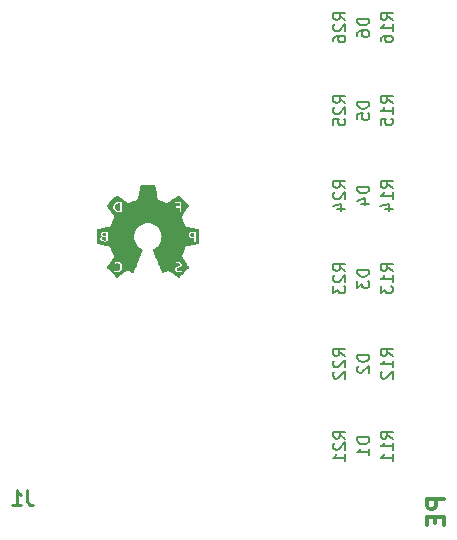
<source format=gbr>
G04 #@! TF.GenerationSoftware,KiCad,Pcbnew,(5.1.4)-1*
G04 #@! TF.CreationDate,2020-01-26T14:24:25+01:00*
G04 #@! TF.ProjectId,debounce_shield,6465626f-756e-4636-955f-736869656c64,rev?*
G04 #@! TF.SameCoordinates,Original*
G04 #@! TF.FileFunction,Legend,Bot*
G04 #@! TF.FilePolarity,Positive*
%FSLAX46Y46*%
G04 Gerber Fmt 4.6, Leading zero omitted, Abs format (unit mm)*
G04 Created by KiCad (PCBNEW (5.1.4)-1) date 2020-01-26 14:24:25*
%MOMM*%
%LPD*%
G04 APERTURE LIST*
%ADD10C,0.300000*%
%ADD11C,0.010000*%
%ADD12C,0.254000*%
%ADD13C,0.150000*%
G04 APERTURE END LIST*
D10*
X152278571Y-125578571D02*
X150778571Y-125578571D01*
X150778571Y-126150000D01*
X150850000Y-126292857D01*
X150921428Y-126364285D01*
X151064285Y-126435714D01*
X151278571Y-126435714D01*
X151421428Y-126364285D01*
X151492857Y-126292857D01*
X151564285Y-126150000D01*
X151564285Y-125578571D01*
X151492857Y-127078571D02*
X151492857Y-127578571D01*
X152278571Y-127792857D02*
X152278571Y-127078571D01*
X150778571Y-127078571D01*
X150778571Y-127792857D01*
D11*
G36*
X124550127Y-100544882D02*
G01*
X124475469Y-100580259D01*
X124424329Y-100639824D01*
X124396240Y-100724072D01*
X124390024Y-100806219D01*
X124401591Y-100906686D01*
X124435809Y-100983082D01*
X124493578Y-101037294D01*
X124502933Y-101042849D01*
X124560341Y-101065175D01*
X124630425Y-101079286D01*
X124695634Y-101082218D01*
X124718234Y-101079209D01*
X124729414Y-101073814D01*
X124737391Y-101060134D01*
X124742695Y-101033233D01*
X124745855Y-100988175D01*
X124747400Y-100920025D01*
X124747859Y-100823848D01*
X124747867Y-100802891D01*
X124747867Y-100533199D01*
X124648771Y-100533199D01*
X124550127Y-100544882D01*
X124550127Y-100544882D01*
G37*
X124550127Y-100544882D02*
X124475469Y-100580259D01*
X124424329Y-100639824D01*
X124396240Y-100724072D01*
X124390024Y-100806219D01*
X124401591Y-100906686D01*
X124435809Y-100983082D01*
X124493578Y-101037294D01*
X124502933Y-101042849D01*
X124560341Y-101065175D01*
X124630425Y-101079286D01*
X124695634Y-101082218D01*
X124718234Y-101079209D01*
X124729414Y-101073814D01*
X124737391Y-101060134D01*
X124742695Y-101033233D01*
X124745855Y-100988175D01*
X124747400Y-100920025D01*
X124747859Y-100823848D01*
X124747867Y-100802891D01*
X124747867Y-100533199D01*
X124648771Y-100533199D01*
X124550127Y-100544882D01*
G36*
X130913025Y-103042508D02*
G01*
X130838134Y-103052325D01*
X130791211Y-103071432D01*
X130766748Y-103104001D01*
X130759234Y-103154203D01*
X130759200Y-103158979D01*
X130769229Y-103215785D01*
X130801439Y-103252724D01*
X130859011Y-103272067D01*
X130923835Y-103276400D01*
X131013200Y-103276400D01*
X131013200Y-103035262D01*
X130913025Y-103042508D01*
X130913025Y-103042508D01*
G37*
X130913025Y-103042508D02*
X130838134Y-103052325D01*
X130791211Y-103071432D01*
X130766748Y-103104001D01*
X130759234Y-103154203D01*
X130759200Y-103158979D01*
X130769229Y-103215785D01*
X130801439Y-103252724D01*
X130859011Y-103272067D01*
X130923835Y-103276400D01*
X131013200Y-103276400D01*
X131013200Y-103035262D01*
X130913025Y-103042508D01*
G36*
X123482100Y-103022649D02*
G01*
X123398065Y-103031489D01*
X123341622Y-103057003D01*
X123313940Y-103098591D01*
X123311800Y-103110055D01*
X123320815Y-103156829D01*
X123359349Y-103189197D01*
X123425843Y-103206204D01*
X123473168Y-103208666D01*
X123562533Y-103208666D01*
X123562533Y-103022400D01*
X123482100Y-103022649D01*
X123482100Y-103022649D01*
G37*
X123482100Y-103022649D02*
X123398065Y-103031489D01*
X123341622Y-103057003D01*
X123313940Y-103098591D01*
X123311800Y-103110055D01*
X123320815Y-103156829D01*
X123359349Y-103189197D01*
X123425843Y-103206204D01*
X123473168Y-103208666D01*
X123562533Y-103208666D01*
X123562533Y-103022400D01*
X123482100Y-103022649D01*
G36*
X123465167Y-103378249D02*
G01*
X123380232Y-103383860D01*
X123323494Y-103401713D01*
X123290773Y-103434113D01*
X123278044Y-103481438D01*
X123279882Y-103527810D01*
X123298029Y-103559194D01*
X123337509Y-103579002D01*
X123403349Y-103590642D01*
X123444247Y-103594220D01*
X123562533Y-103602683D01*
X123562533Y-103378000D01*
X123465167Y-103378249D01*
X123465167Y-103378249D01*
G37*
X123465167Y-103378249D02*
X123380232Y-103383860D01*
X123323494Y-103401713D01*
X123290773Y-103434113D01*
X123278044Y-103481438D01*
X123279882Y-103527810D01*
X123298029Y-103559194D01*
X123337509Y-103579002D01*
X123403349Y-103590642D01*
X123444247Y-103594220D01*
X123562533Y-103602683D01*
X123562533Y-103378000D01*
X123465167Y-103378249D01*
G36*
X126545122Y-99047299D02*
G01*
X126538773Y-99072883D01*
X126527257Y-99127468D01*
X126511419Y-99206726D01*
X126492104Y-99306329D01*
X126470155Y-99421951D01*
X126446418Y-99549262D01*
X126433620Y-99618799D01*
X126401589Y-99790218D01*
X126374229Y-99929193D01*
X126351300Y-100036790D01*
X126332565Y-100114074D01*
X126317786Y-100162111D01*
X126308112Y-100180790D01*
X126285082Y-100195018D01*
X126235293Y-100219653D01*
X126163452Y-100252573D01*
X126074265Y-100291659D01*
X125972437Y-100334791D01*
X125899359Y-100364947D01*
X125776727Y-100414643D01*
X125681313Y-100452255D01*
X125609216Y-100479064D01*
X125556534Y-100496351D01*
X125519369Y-100505395D01*
X125493817Y-100507479D01*
X125476026Y-100503899D01*
X125452005Y-100490446D01*
X125403877Y-100460144D01*
X125335354Y-100415452D01*
X125261398Y-100366303D01*
X124951067Y-100366303D01*
X124951067Y-100804110D01*
X124950914Y-100937649D01*
X124950285Y-101041195D01*
X124948922Y-101118621D01*
X124946566Y-101173799D01*
X124942961Y-101210601D01*
X124937850Y-101232902D01*
X124930973Y-101244572D01*
X124922075Y-101249486D01*
X124921434Y-101249660D01*
X124869564Y-101257051D01*
X124794579Y-101260207D01*
X124706914Y-101259481D01*
X124617010Y-101255225D01*
X124535302Y-101247791D01*
X124472231Y-101237531D01*
X124458840Y-101234055D01*
X124371476Y-101194365D01*
X124292010Y-101133210D01*
X124228902Y-101058725D01*
X124190610Y-100979045D01*
X124189495Y-100975055D01*
X124174140Y-100882744D01*
X124171030Y-100777262D01*
X124180185Y-100676594D01*
X124189091Y-100634711D01*
X124223372Y-100559682D01*
X124281061Y-100486125D01*
X124352862Y-100424314D01*
X124407813Y-100392968D01*
X124475903Y-100372024D01*
X124566804Y-100356959D01*
X124669825Y-100348694D01*
X124774277Y-100348152D01*
X124855607Y-100354376D01*
X124951067Y-100366303D01*
X125261398Y-100366303D01*
X125250153Y-100358830D01*
X125151987Y-100292735D01*
X125044572Y-100219629D01*
X124986849Y-100180041D01*
X124877055Y-100105116D01*
X124775343Y-100036796D01*
X124685265Y-99977384D01*
X124610376Y-99929181D01*
X124554228Y-99894489D01*
X124520373Y-99875609D01*
X124512581Y-99872800D01*
X124494365Y-99884412D01*
X124456121Y-99916948D01*
X124401318Y-99966958D01*
X124333429Y-100030991D01*
X124255922Y-100105596D01*
X124172271Y-100187323D01*
X124085945Y-100272721D01*
X124000416Y-100358340D01*
X123919154Y-100440728D01*
X123845630Y-100516436D01*
X123783316Y-100582012D01*
X123735682Y-100634007D01*
X123706200Y-100668969D01*
X123698000Y-100682611D01*
X123707283Y-100701447D01*
X123733623Y-100744645D01*
X123774757Y-100808752D01*
X123828421Y-100890315D01*
X123892352Y-100985881D01*
X123964285Y-101091997D01*
X124013383Y-101163717D01*
X124089408Y-101275405D01*
X124158840Y-101379439D01*
X124219403Y-101472244D01*
X124268816Y-101550247D01*
X124304802Y-101609873D01*
X124325081Y-101647548D01*
X124328767Y-101658352D01*
X124322373Y-101681770D01*
X124304619Y-101731048D01*
X124277646Y-101800988D01*
X124243596Y-101886391D01*
X124204609Y-101982059D01*
X124162827Y-102082794D01*
X124120390Y-102183396D01*
X124079441Y-102278666D01*
X124042121Y-102363408D01*
X124010570Y-102432420D01*
X124005725Y-102442653D01*
X123997348Y-102460045D01*
X123988234Y-102474506D01*
X123974992Y-102486985D01*
X123954229Y-102498428D01*
X123922554Y-102509783D01*
X123876573Y-102521997D01*
X123812895Y-102536018D01*
X123728127Y-102552793D01*
X123618877Y-102573270D01*
X123481754Y-102598395D01*
X123384733Y-102616088D01*
X123260520Y-102639043D01*
X123145768Y-102660814D01*
X123045121Y-102680475D01*
X122963227Y-102697100D01*
X122904728Y-102709764D01*
X122874271Y-102717541D01*
X122872500Y-102718190D01*
X122834400Y-102733807D01*
X122834400Y-103299363D01*
X122834704Y-103462339D01*
X122835682Y-103594158D01*
X122837431Y-103697526D01*
X122840051Y-103775149D01*
X122843639Y-103829732D01*
X122848293Y-103863981D01*
X122854113Y-103880600D01*
X122855567Y-103882165D01*
X122876918Y-103889383D01*
X122927413Y-103901686D01*
X123002859Y-103918197D01*
X123099064Y-103938040D01*
X123211833Y-103960339D01*
X123336973Y-103984219D01*
X123401667Y-103996255D01*
X123531359Y-104020672D01*
X123650738Y-104044085D01*
X123755608Y-104065598D01*
X123841775Y-104084314D01*
X123905044Y-104099338D01*
X123941220Y-104109773D01*
X123947787Y-104112940D01*
X123958928Y-104132856D01*
X123980335Y-104179270D01*
X124009951Y-104247134D01*
X124045721Y-104331400D01*
X124085586Y-104427021D01*
X124127490Y-104528950D01*
X124169377Y-104632139D01*
X124209190Y-104731540D01*
X124244872Y-104822106D01*
X124274366Y-104898790D01*
X124295616Y-104956543D01*
X124306565Y-104990319D01*
X124307600Y-104995988D01*
X124298350Y-105014115D01*
X124272129Y-105056607D01*
X124231229Y-105119977D01*
X124177943Y-105200734D01*
X124114562Y-105295392D01*
X124043378Y-105400461D01*
X124002800Y-105459863D01*
X123928368Y-105569117D01*
X123860511Y-105669874D01*
X123801522Y-105758636D01*
X123753696Y-105831908D01*
X123719324Y-105886194D01*
X123700701Y-105917997D01*
X123698000Y-105924568D01*
X123709594Y-105940817D01*
X123742516Y-105977930D01*
X123793980Y-106032992D01*
X123861199Y-106103088D01*
X123941387Y-106185304D01*
X124031754Y-106276727D01*
X124102561Y-106347614D01*
X124212730Y-106457176D01*
X124301653Y-106544845D01*
X124371865Y-106612843D01*
X124425899Y-106663392D01*
X124466287Y-106698715D01*
X124495564Y-106721033D01*
X124516263Y-106732570D01*
X124530916Y-106735546D01*
X124541380Y-106732558D01*
X124563766Y-106718513D01*
X124610177Y-106687837D01*
X124676762Y-106643133D01*
X124759669Y-106586999D01*
X124855048Y-106522037D01*
X124959045Y-106450847D01*
X124982644Y-106434645D01*
X125087924Y-106363177D01*
X125185640Y-106298455D01*
X125271937Y-106242908D01*
X125342960Y-106198962D01*
X125394854Y-106169044D01*
X125423764Y-106155580D01*
X125426767Y-106155066D01*
X125455126Y-106162708D01*
X125506344Y-106183611D01*
X125573593Y-106214745D01*
X125650044Y-106253076D01*
X125664233Y-106260495D01*
X125753034Y-106305428D01*
X125820367Y-106335668D01*
X125863626Y-106350138D01*
X125879385Y-106349395D01*
X125890205Y-106329007D01*
X125912041Y-106280919D01*
X125943533Y-106208466D01*
X125983320Y-106114982D01*
X126030042Y-106003802D01*
X126068056Y-105912547D01*
X124989986Y-105912547D01*
X124976445Y-106022157D01*
X124944462Y-106122961D01*
X124894936Y-106208064D01*
X124828769Y-106270574D01*
X124822961Y-106274283D01*
X124702109Y-106330581D01*
X124573130Y-106354643D01*
X124434579Y-106346653D01*
X124366191Y-106331993D01*
X124310824Y-106316140D01*
X124269169Y-106301556D01*
X124252473Y-106292952D01*
X124249878Y-106270809D01*
X124257973Y-106230815D01*
X124272753Y-106184858D01*
X124290215Y-106144828D01*
X124306357Y-106122613D01*
X124310305Y-106121199D01*
X124337436Y-106128561D01*
X124359565Y-106138756D01*
X124406220Y-106152142D01*
X124472697Y-106157815D01*
X124545905Y-106156034D01*
X124612750Y-106147061D01*
X124657054Y-106132845D01*
X124712568Y-106085540D01*
X124749449Y-106012437D01*
X124766186Y-105916955D01*
X124767051Y-105883809D01*
X124754288Y-105778914D01*
X124718174Y-105697843D01*
X124660300Y-105641928D01*
X124582256Y-105612501D01*
X124485634Y-105610892D01*
X124448277Y-105617032D01*
X124379124Y-105630471D01*
X124335306Y-105634453D01*
X124309043Y-105626613D01*
X124292554Y-105604581D01*
X124278059Y-105565991D01*
X124277776Y-105565151D01*
X124265442Y-105516625D01*
X124264634Y-105483350D01*
X124267746Y-105476947D01*
X124300456Y-105459105D01*
X124356576Y-105441962D01*
X124425676Y-105427507D01*
X124497324Y-105417729D01*
X124561089Y-105414619D01*
X124586449Y-105416150D01*
X124694410Y-105442088D01*
X124794124Y-105490764D01*
X124876071Y-105556790D01*
X124910967Y-105599800D01*
X124958147Y-105694475D01*
X124984187Y-105801021D01*
X124989986Y-105912547D01*
X126068056Y-105912547D01*
X126082339Y-105878262D01*
X126138850Y-105741695D01*
X126198215Y-105597437D01*
X126259074Y-105448822D01*
X126320066Y-105299186D01*
X126379832Y-105151863D01*
X126437010Y-105010188D01*
X126490241Y-104877495D01*
X126538164Y-104757121D01*
X126579419Y-104652398D01*
X126612646Y-104566663D01*
X126636485Y-104503250D01*
X126649574Y-104465494D01*
X126651641Y-104456178D01*
X126632402Y-104433852D01*
X126595892Y-104407053D01*
X126588836Y-104402806D01*
X126431116Y-104294782D01*
X126287371Y-104164484D01*
X126162615Y-104017778D01*
X126061861Y-103860533D01*
X125992095Y-103704319D01*
X125956425Y-103566455D01*
X125937115Y-103411003D01*
X125934656Y-103250292D01*
X125949538Y-103096653D01*
X125964926Y-103021098D01*
X126013435Y-102872695D01*
X123765733Y-102872695D01*
X123765733Y-103748998D01*
X123710700Y-103758169D01*
X123570740Y-103773012D01*
X123428868Y-103772925D01*
X123298747Y-103758195D01*
X123254270Y-103748577D01*
X123166841Y-103711277D01*
X123103604Y-103651323D01*
X123066509Y-103571595D01*
X123057501Y-103474975D01*
X123058689Y-103459242D01*
X123068748Y-103398817D01*
X123089194Y-103356862D01*
X123120503Y-103323843D01*
X123173890Y-103276141D01*
X123135422Y-103224111D01*
X123106682Y-103159912D01*
X123099753Y-103084053D01*
X123114668Y-103010803D01*
X123134877Y-102972989D01*
X123193642Y-102920017D01*
X123280053Y-102881854D01*
X123390981Y-102859175D01*
X123523295Y-102852658D01*
X123654183Y-102860749D01*
X123765733Y-102872695D01*
X126013435Y-102872695D01*
X126024026Y-102840296D01*
X126107520Y-102679240D01*
X126219357Y-102530679D01*
X126250773Y-102496164D01*
X126402823Y-102355840D01*
X126565419Y-102247509D01*
X126739978Y-102170551D01*
X126927916Y-102124345D01*
X127130649Y-102108273D01*
X127136991Y-102108250D01*
X127338144Y-102124200D01*
X127529160Y-102172317D01*
X127708644Y-102252049D01*
X127875204Y-102362844D01*
X127956297Y-102432600D01*
X128094539Y-102582775D01*
X128201615Y-102746139D01*
X128277688Y-102923068D01*
X128322920Y-103113937D01*
X128337483Y-103311791D01*
X128321712Y-103512757D01*
X128274064Y-103702828D01*
X128194988Y-103881201D01*
X128084937Y-104047074D01*
X127944359Y-104199644D01*
X127773705Y-104338109D01*
X127753470Y-104352202D01*
X127686378Y-104399597D01*
X127643930Y-104433636D01*
X127621827Y-104458553D01*
X127615771Y-104478581D01*
X127616989Y-104486592D01*
X127626949Y-104515181D01*
X127648291Y-104570305D01*
X127679620Y-104648641D01*
X127719541Y-104746869D01*
X127766660Y-104861668D01*
X127819580Y-104989718D01*
X127876908Y-105127697D01*
X127937247Y-105272286D01*
X127999203Y-105420162D01*
X128061381Y-105568007D01*
X128122385Y-105712497D01*
X128180821Y-105850314D01*
X128235294Y-105978135D01*
X128284409Y-106092642D01*
X128326770Y-106190511D01*
X128360982Y-106268424D01*
X128385651Y-106323058D01*
X128399381Y-106351094D01*
X128401544Y-106354136D01*
X128422318Y-106348733D01*
X128466483Y-106329774D01*
X128527820Y-106300144D01*
X128600112Y-106262728D01*
X128609842Y-106257522D01*
X128685595Y-106218462D01*
X128753798Y-106186262D01*
X128807321Y-106164092D01*
X128839036Y-106155119D01*
X128840416Y-106155066D01*
X128865918Y-106164681D01*
X128916042Y-106192341D01*
X128987953Y-106236272D01*
X129078813Y-106294696D01*
X129185785Y-106365839D01*
X129283292Y-106432255D01*
X129388410Y-106504344D01*
X129486011Y-106570899D01*
X129572170Y-106629273D01*
X129642961Y-106676819D01*
X129694458Y-106710890D01*
X129722737Y-106728839D01*
X129725087Y-106730168D01*
X129736691Y-106734632D01*
X129750087Y-106734137D01*
X129767878Y-106726434D01*
X129792667Y-106709279D01*
X129827058Y-106680423D01*
X129873655Y-106637621D01*
X129935061Y-106578625D01*
X130013878Y-106501189D01*
X130112712Y-106403066D01*
X130168372Y-106347614D01*
X130264404Y-106251343D01*
X130352291Y-106162189D01*
X130429248Y-106083060D01*
X130492488Y-106016863D01*
X130539226Y-105966508D01*
X130566676Y-105934902D01*
X130572933Y-105925337D01*
X130563659Y-105907109D01*
X130537409Y-105864663D01*
X130496547Y-105801584D01*
X130443434Y-105721456D01*
X130400144Y-105657146D01*
X130042015Y-105657146D01*
X130035645Y-105739714D01*
X130033764Y-105746340D01*
X130006032Y-105809000D01*
X129960858Y-105861169D01*
X129892826Y-105907568D01*
X129796985Y-105952725D01*
X129721199Y-105984918D01*
X129671567Y-106009337D01*
X129642609Y-106030310D01*
X129628847Y-106052163D01*
X129624804Y-106079222D01*
X129624667Y-106088810D01*
X129639067Y-106133537D01*
X129679927Y-106161770D01*
X129743734Y-106172784D01*
X129826976Y-106165855D01*
X129905609Y-106146783D01*
X129954948Y-106132356D01*
X129989877Y-106123142D01*
X129999233Y-106121383D01*
X130011565Y-106136007D01*
X130024516Y-106172141D01*
X130035327Y-106217601D01*
X130041234Y-106260198D01*
X130039477Y-106287746D01*
X130037612Y-106290761D01*
X130007992Y-106306719D01*
X129955237Y-106323837D01*
X129889879Y-106339604D01*
X129822451Y-106351512D01*
X129763485Y-106357052D01*
X129758974Y-106357152D01*
X129694458Y-106352573D01*
X129622367Y-106339726D01*
X129595467Y-106332683D01*
X129505389Y-106290546D01*
X129456927Y-106247428D01*
X129427658Y-106210307D01*
X129411869Y-106175376D01*
X129405523Y-106129651D01*
X129404534Y-106078866D01*
X129406370Y-106015889D01*
X129414542Y-105973755D01*
X129433043Y-105939522D01*
X129456349Y-105910963D01*
X129517232Y-105860290D01*
X129610170Y-105810937D01*
X129644969Y-105796074D01*
X129721337Y-105761147D01*
X129778112Y-105727548D01*
X129808201Y-105699913D01*
X129824514Y-105669405D01*
X129818215Y-105648387D01*
X129795505Y-105627946D01*
X129739033Y-105602669D01*
X129663693Y-105599297D01*
X129576605Y-105618027D01*
X129566048Y-105621647D01*
X129524496Y-105635583D01*
X129499935Y-105642163D01*
X129497281Y-105642070D01*
X129490853Y-105625684D01*
X129476383Y-105587884D01*
X129466696Y-105562399D01*
X129450256Y-105515570D01*
X129446860Y-105489369D01*
X129456361Y-105473235D01*
X129465361Y-105466036D01*
X129503061Y-105448622D01*
X129562059Y-105431729D01*
X129629867Y-105418162D01*
X129693992Y-105410728D01*
X129714400Y-105410094D01*
X129814178Y-105423002D01*
X129900931Y-105458480D01*
X129970556Y-105512209D01*
X130018951Y-105579871D01*
X130042015Y-105657146D01*
X130400144Y-105657146D01*
X130380432Y-105627864D01*
X130309902Y-105524395D01*
X130282563Y-105484602D01*
X130208882Y-105376995D01*
X130140980Y-105276693D01*
X130081399Y-105187545D01*
X130032686Y-105113397D01*
X129997384Y-105058100D01*
X129978038Y-105025500D01*
X129975601Y-105020408D01*
X129972224Y-105003247D01*
X129974266Y-104978380D01*
X129982949Y-104942138D01*
X129999497Y-104890854D01*
X130025134Y-104820863D01*
X130061084Y-104728497D01*
X130108570Y-104610089D01*
X130130953Y-104554898D01*
X130177300Y-104441996D01*
X130220457Y-104339005D01*
X130258546Y-104250235D01*
X130289691Y-104179998D01*
X130312014Y-104132605D01*
X130323614Y-104112390D01*
X130344854Y-104104623D01*
X130395245Y-104091810D01*
X130470599Y-104074846D01*
X130566727Y-104054625D01*
X130679439Y-104032042D01*
X130804545Y-104007990D01*
X130869267Y-103995909D01*
X130998941Y-103971539D01*
X131118304Y-103948338D01*
X131223163Y-103927181D01*
X131309324Y-103908943D01*
X131372596Y-103894500D01*
X131408785Y-103884727D01*
X131415367Y-103881903D01*
X131421518Y-103868826D01*
X131426448Y-103838676D01*
X131430256Y-103788718D01*
X131433042Y-103716215D01*
X131434908Y-103618430D01*
X131435954Y-103492625D01*
X131436280Y-103336066D01*
X131436274Y-103312426D01*
X131435783Y-103178230D01*
X131434511Y-103054411D01*
X131432564Y-102945160D01*
X131430551Y-102872695D01*
X131233333Y-102872695D01*
X131233333Y-103308792D01*
X131232912Y-103427063D01*
X131231726Y-103534023D01*
X131229891Y-103625051D01*
X131227524Y-103695524D01*
X131224742Y-103740818D01*
X131222045Y-103756177D01*
X131200206Y-103762273D01*
X131155376Y-103766372D01*
X131111978Y-103767466D01*
X131013200Y-103767466D01*
X131013200Y-103467120D01*
X130886768Y-103459006D01*
X130767279Y-103441120D01*
X130670937Y-103405038D01*
X130600530Y-103352070D01*
X130570698Y-103310530D01*
X130546219Y-103236606D01*
X130539222Y-103148940D01*
X130549706Y-103062796D01*
X130570698Y-103005202D01*
X130622482Y-102943682D01*
X130702159Y-102897389D01*
X130807025Y-102867034D01*
X130934378Y-102853324D01*
X131081513Y-102856967D01*
X131121783Y-102860749D01*
X131233333Y-102872695D01*
X131430551Y-102872695D01*
X131430050Y-102854665D01*
X131427075Y-102787118D01*
X131423746Y-102746706D01*
X131421600Y-102737189D01*
X131400624Y-102727375D01*
X131348086Y-102712629D01*
X131265865Y-102693367D01*
X131155841Y-102670009D01*
X131019892Y-102642972D01*
X130870998Y-102614736D01*
X130739496Y-102589970D01*
X130617879Y-102566471D01*
X130510369Y-102545101D01*
X130421188Y-102526721D01*
X130354557Y-102512194D01*
X130314698Y-102502383D01*
X130305706Y-102499302D01*
X130289984Y-102479010D01*
X130264376Y-102432402D01*
X130231043Y-102364579D01*
X130192152Y-102280644D01*
X130149864Y-102185700D01*
X130106345Y-102084849D01*
X130063757Y-101983193D01*
X130024266Y-101885834D01*
X129990035Y-101797876D01*
X129963228Y-101724419D01*
X129946009Y-101670568D01*
X129940541Y-101641423D01*
X129940954Y-101639244D01*
X129953018Y-101618179D01*
X129981950Y-101572826D01*
X130025369Y-101506760D01*
X130080894Y-101423558D01*
X130146145Y-101326797D01*
X130190667Y-101261333D01*
X129997200Y-101261333D01*
X129794000Y-101261333D01*
X129794000Y-100888800D01*
X129438400Y-100888800D01*
X129438400Y-100702533D01*
X129794000Y-100702533D01*
X129794000Y-100533199D01*
X129385830Y-100533199D01*
X129390949Y-100444299D01*
X129396067Y-100355400D01*
X129696633Y-100350775D01*
X129997200Y-100346151D01*
X129997200Y-101261333D01*
X130190667Y-101261333D01*
X130218742Y-101220053D01*
X130262595Y-101155970D01*
X130337763Y-101045748D01*
X130406369Y-100943953D01*
X130466137Y-100854058D01*
X130514789Y-100779533D01*
X130550050Y-100723851D01*
X130569644Y-100690483D01*
X130572933Y-100682663D01*
X130561239Y-100664464D01*
X130528473Y-100626380D01*
X130478108Y-100571857D01*
X130413619Y-100504342D01*
X130338478Y-100427285D01*
X130256159Y-100344131D01*
X130170136Y-100258328D01*
X130083883Y-100173324D01*
X130000874Y-100092567D01*
X129924582Y-100019503D01*
X129858480Y-99957581D01*
X129806042Y-99910247D01*
X129770743Y-99880949D01*
X129756916Y-99872800D01*
X129736314Y-99882097D01*
X129691393Y-99908492D01*
X129625629Y-99949741D01*
X129542502Y-100003598D01*
X129445490Y-100067817D01*
X129338072Y-100140155D01*
X129258387Y-100194533D01*
X129146019Y-100271155D01*
X129041912Y-100341249D01*
X128949492Y-100402575D01*
X128872188Y-100452895D01*
X128813427Y-100489970D01*
X128776636Y-100511562D01*
X128765745Y-100516266D01*
X128744327Y-100510120D01*
X128696593Y-100492992D01*
X128627518Y-100466853D01*
X128542080Y-100433671D01*
X128445255Y-100395415D01*
X128342018Y-100354053D01*
X128237348Y-100311554D01*
X128136220Y-100269887D01*
X128043611Y-100231022D01*
X128028803Y-100224720D01*
X128005808Y-100215412D01*
X127986921Y-100206974D01*
X127971135Y-100196154D01*
X127957444Y-100179694D01*
X127944843Y-100154341D01*
X127932324Y-100116840D01*
X127918883Y-100063935D01*
X127903512Y-99992372D01*
X127885205Y-99898896D01*
X127862957Y-99780251D01*
X127835762Y-99633184D01*
X127820567Y-99551066D01*
X127796660Y-99422990D01*
X127774434Y-99305670D01*
X127754700Y-99203245D01*
X127738266Y-99119852D01*
X127725943Y-99059628D01*
X127718540Y-99026709D01*
X127717025Y-99021900D01*
X127698843Y-99018898D01*
X127650755Y-99016149D01*
X127576722Y-99013740D01*
X127480706Y-99011756D01*
X127366665Y-99010284D01*
X127238563Y-99009411D01*
X127134048Y-99009199D01*
X126558895Y-99009199D01*
X126545122Y-99047299D01*
X126545122Y-99047299D01*
G37*
X126545122Y-99047299D02*
X126538773Y-99072883D01*
X126527257Y-99127468D01*
X126511419Y-99206726D01*
X126492104Y-99306329D01*
X126470155Y-99421951D01*
X126446418Y-99549262D01*
X126433620Y-99618799D01*
X126401589Y-99790218D01*
X126374229Y-99929193D01*
X126351300Y-100036790D01*
X126332565Y-100114074D01*
X126317786Y-100162111D01*
X126308112Y-100180790D01*
X126285082Y-100195018D01*
X126235293Y-100219653D01*
X126163452Y-100252573D01*
X126074265Y-100291659D01*
X125972437Y-100334791D01*
X125899359Y-100364947D01*
X125776727Y-100414643D01*
X125681313Y-100452255D01*
X125609216Y-100479064D01*
X125556534Y-100496351D01*
X125519369Y-100505395D01*
X125493817Y-100507479D01*
X125476026Y-100503899D01*
X125452005Y-100490446D01*
X125403877Y-100460144D01*
X125335354Y-100415452D01*
X125261398Y-100366303D01*
X124951067Y-100366303D01*
X124951067Y-100804110D01*
X124950914Y-100937649D01*
X124950285Y-101041195D01*
X124948922Y-101118621D01*
X124946566Y-101173799D01*
X124942961Y-101210601D01*
X124937850Y-101232902D01*
X124930973Y-101244572D01*
X124922075Y-101249486D01*
X124921434Y-101249660D01*
X124869564Y-101257051D01*
X124794579Y-101260207D01*
X124706914Y-101259481D01*
X124617010Y-101255225D01*
X124535302Y-101247791D01*
X124472231Y-101237531D01*
X124458840Y-101234055D01*
X124371476Y-101194365D01*
X124292010Y-101133210D01*
X124228902Y-101058725D01*
X124190610Y-100979045D01*
X124189495Y-100975055D01*
X124174140Y-100882744D01*
X124171030Y-100777262D01*
X124180185Y-100676594D01*
X124189091Y-100634711D01*
X124223372Y-100559682D01*
X124281061Y-100486125D01*
X124352862Y-100424314D01*
X124407813Y-100392968D01*
X124475903Y-100372024D01*
X124566804Y-100356959D01*
X124669825Y-100348694D01*
X124774277Y-100348152D01*
X124855607Y-100354376D01*
X124951067Y-100366303D01*
X125261398Y-100366303D01*
X125250153Y-100358830D01*
X125151987Y-100292735D01*
X125044572Y-100219629D01*
X124986849Y-100180041D01*
X124877055Y-100105116D01*
X124775343Y-100036796D01*
X124685265Y-99977384D01*
X124610376Y-99929181D01*
X124554228Y-99894489D01*
X124520373Y-99875609D01*
X124512581Y-99872800D01*
X124494365Y-99884412D01*
X124456121Y-99916948D01*
X124401318Y-99966958D01*
X124333429Y-100030991D01*
X124255922Y-100105596D01*
X124172271Y-100187323D01*
X124085945Y-100272721D01*
X124000416Y-100358340D01*
X123919154Y-100440728D01*
X123845630Y-100516436D01*
X123783316Y-100582012D01*
X123735682Y-100634007D01*
X123706200Y-100668969D01*
X123698000Y-100682611D01*
X123707283Y-100701447D01*
X123733623Y-100744645D01*
X123774757Y-100808752D01*
X123828421Y-100890315D01*
X123892352Y-100985881D01*
X123964285Y-101091997D01*
X124013383Y-101163717D01*
X124089408Y-101275405D01*
X124158840Y-101379439D01*
X124219403Y-101472244D01*
X124268816Y-101550247D01*
X124304802Y-101609873D01*
X124325081Y-101647548D01*
X124328767Y-101658352D01*
X124322373Y-101681770D01*
X124304619Y-101731048D01*
X124277646Y-101800988D01*
X124243596Y-101886391D01*
X124204609Y-101982059D01*
X124162827Y-102082794D01*
X124120390Y-102183396D01*
X124079441Y-102278666D01*
X124042121Y-102363408D01*
X124010570Y-102432420D01*
X124005725Y-102442653D01*
X123997348Y-102460045D01*
X123988234Y-102474506D01*
X123974992Y-102486985D01*
X123954229Y-102498428D01*
X123922554Y-102509783D01*
X123876573Y-102521997D01*
X123812895Y-102536018D01*
X123728127Y-102552793D01*
X123618877Y-102573270D01*
X123481754Y-102598395D01*
X123384733Y-102616088D01*
X123260520Y-102639043D01*
X123145768Y-102660814D01*
X123045121Y-102680475D01*
X122963227Y-102697100D01*
X122904728Y-102709764D01*
X122874271Y-102717541D01*
X122872500Y-102718190D01*
X122834400Y-102733807D01*
X122834400Y-103299363D01*
X122834704Y-103462339D01*
X122835682Y-103594158D01*
X122837431Y-103697526D01*
X122840051Y-103775149D01*
X122843639Y-103829732D01*
X122848293Y-103863981D01*
X122854113Y-103880600D01*
X122855567Y-103882165D01*
X122876918Y-103889383D01*
X122927413Y-103901686D01*
X123002859Y-103918197D01*
X123099064Y-103938040D01*
X123211833Y-103960339D01*
X123336973Y-103984219D01*
X123401667Y-103996255D01*
X123531359Y-104020672D01*
X123650738Y-104044085D01*
X123755608Y-104065598D01*
X123841775Y-104084314D01*
X123905044Y-104099338D01*
X123941220Y-104109773D01*
X123947787Y-104112940D01*
X123958928Y-104132856D01*
X123980335Y-104179270D01*
X124009951Y-104247134D01*
X124045721Y-104331400D01*
X124085586Y-104427021D01*
X124127490Y-104528950D01*
X124169377Y-104632139D01*
X124209190Y-104731540D01*
X124244872Y-104822106D01*
X124274366Y-104898790D01*
X124295616Y-104956543D01*
X124306565Y-104990319D01*
X124307600Y-104995988D01*
X124298350Y-105014115D01*
X124272129Y-105056607D01*
X124231229Y-105119977D01*
X124177943Y-105200734D01*
X124114562Y-105295392D01*
X124043378Y-105400461D01*
X124002800Y-105459863D01*
X123928368Y-105569117D01*
X123860511Y-105669874D01*
X123801522Y-105758636D01*
X123753696Y-105831908D01*
X123719324Y-105886194D01*
X123700701Y-105917997D01*
X123698000Y-105924568D01*
X123709594Y-105940817D01*
X123742516Y-105977930D01*
X123793980Y-106032992D01*
X123861199Y-106103088D01*
X123941387Y-106185304D01*
X124031754Y-106276727D01*
X124102561Y-106347614D01*
X124212730Y-106457176D01*
X124301653Y-106544845D01*
X124371865Y-106612843D01*
X124425899Y-106663392D01*
X124466287Y-106698715D01*
X124495564Y-106721033D01*
X124516263Y-106732570D01*
X124530916Y-106735546D01*
X124541380Y-106732558D01*
X124563766Y-106718513D01*
X124610177Y-106687837D01*
X124676762Y-106643133D01*
X124759669Y-106586999D01*
X124855048Y-106522037D01*
X124959045Y-106450847D01*
X124982644Y-106434645D01*
X125087924Y-106363177D01*
X125185640Y-106298455D01*
X125271937Y-106242908D01*
X125342960Y-106198962D01*
X125394854Y-106169044D01*
X125423764Y-106155580D01*
X125426767Y-106155066D01*
X125455126Y-106162708D01*
X125506344Y-106183611D01*
X125573593Y-106214745D01*
X125650044Y-106253076D01*
X125664233Y-106260495D01*
X125753034Y-106305428D01*
X125820367Y-106335668D01*
X125863626Y-106350138D01*
X125879385Y-106349395D01*
X125890205Y-106329007D01*
X125912041Y-106280919D01*
X125943533Y-106208466D01*
X125983320Y-106114982D01*
X126030042Y-106003802D01*
X126068056Y-105912547D01*
X124989986Y-105912547D01*
X124976445Y-106022157D01*
X124944462Y-106122961D01*
X124894936Y-106208064D01*
X124828769Y-106270574D01*
X124822961Y-106274283D01*
X124702109Y-106330581D01*
X124573130Y-106354643D01*
X124434579Y-106346653D01*
X124366191Y-106331993D01*
X124310824Y-106316140D01*
X124269169Y-106301556D01*
X124252473Y-106292952D01*
X124249878Y-106270809D01*
X124257973Y-106230815D01*
X124272753Y-106184858D01*
X124290215Y-106144828D01*
X124306357Y-106122613D01*
X124310305Y-106121199D01*
X124337436Y-106128561D01*
X124359565Y-106138756D01*
X124406220Y-106152142D01*
X124472697Y-106157815D01*
X124545905Y-106156034D01*
X124612750Y-106147061D01*
X124657054Y-106132845D01*
X124712568Y-106085540D01*
X124749449Y-106012437D01*
X124766186Y-105916955D01*
X124767051Y-105883809D01*
X124754288Y-105778914D01*
X124718174Y-105697843D01*
X124660300Y-105641928D01*
X124582256Y-105612501D01*
X124485634Y-105610892D01*
X124448277Y-105617032D01*
X124379124Y-105630471D01*
X124335306Y-105634453D01*
X124309043Y-105626613D01*
X124292554Y-105604581D01*
X124278059Y-105565991D01*
X124277776Y-105565151D01*
X124265442Y-105516625D01*
X124264634Y-105483350D01*
X124267746Y-105476947D01*
X124300456Y-105459105D01*
X124356576Y-105441962D01*
X124425676Y-105427507D01*
X124497324Y-105417729D01*
X124561089Y-105414619D01*
X124586449Y-105416150D01*
X124694410Y-105442088D01*
X124794124Y-105490764D01*
X124876071Y-105556790D01*
X124910967Y-105599800D01*
X124958147Y-105694475D01*
X124984187Y-105801021D01*
X124989986Y-105912547D01*
X126068056Y-105912547D01*
X126082339Y-105878262D01*
X126138850Y-105741695D01*
X126198215Y-105597437D01*
X126259074Y-105448822D01*
X126320066Y-105299186D01*
X126379832Y-105151863D01*
X126437010Y-105010188D01*
X126490241Y-104877495D01*
X126538164Y-104757121D01*
X126579419Y-104652398D01*
X126612646Y-104566663D01*
X126636485Y-104503250D01*
X126649574Y-104465494D01*
X126651641Y-104456178D01*
X126632402Y-104433852D01*
X126595892Y-104407053D01*
X126588836Y-104402806D01*
X126431116Y-104294782D01*
X126287371Y-104164484D01*
X126162615Y-104017778D01*
X126061861Y-103860533D01*
X125992095Y-103704319D01*
X125956425Y-103566455D01*
X125937115Y-103411003D01*
X125934656Y-103250292D01*
X125949538Y-103096653D01*
X125964926Y-103021098D01*
X126013435Y-102872695D01*
X123765733Y-102872695D01*
X123765733Y-103748998D01*
X123710700Y-103758169D01*
X123570740Y-103773012D01*
X123428868Y-103772925D01*
X123298747Y-103758195D01*
X123254270Y-103748577D01*
X123166841Y-103711277D01*
X123103604Y-103651323D01*
X123066509Y-103571595D01*
X123057501Y-103474975D01*
X123058689Y-103459242D01*
X123068748Y-103398817D01*
X123089194Y-103356862D01*
X123120503Y-103323843D01*
X123173890Y-103276141D01*
X123135422Y-103224111D01*
X123106682Y-103159912D01*
X123099753Y-103084053D01*
X123114668Y-103010803D01*
X123134877Y-102972989D01*
X123193642Y-102920017D01*
X123280053Y-102881854D01*
X123390981Y-102859175D01*
X123523295Y-102852658D01*
X123654183Y-102860749D01*
X123765733Y-102872695D01*
X126013435Y-102872695D01*
X126024026Y-102840296D01*
X126107520Y-102679240D01*
X126219357Y-102530679D01*
X126250773Y-102496164D01*
X126402823Y-102355840D01*
X126565419Y-102247509D01*
X126739978Y-102170551D01*
X126927916Y-102124345D01*
X127130649Y-102108273D01*
X127136991Y-102108250D01*
X127338144Y-102124200D01*
X127529160Y-102172317D01*
X127708644Y-102252049D01*
X127875204Y-102362844D01*
X127956297Y-102432600D01*
X128094539Y-102582775D01*
X128201615Y-102746139D01*
X128277688Y-102923068D01*
X128322920Y-103113937D01*
X128337483Y-103311791D01*
X128321712Y-103512757D01*
X128274064Y-103702828D01*
X128194988Y-103881201D01*
X128084937Y-104047074D01*
X127944359Y-104199644D01*
X127773705Y-104338109D01*
X127753470Y-104352202D01*
X127686378Y-104399597D01*
X127643930Y-104433636D01*
X127621827Y-104458553D01*
X127615771Y-104478581D01*
X127616989Y-104486592D01*
X127626949Y-104515181D01*
X127648291Y-104570305D01*
X127679620Y-104648641D01*
X127719541Y-104746869D01*
X127766660Y-104861668D01*
X127819580Y-104989718D01*
X127876908Y-105127697D01*
X127937247Y-105272286D01*
X127999203Y-105420162D01*
X128061381Y-105568007D01*
X128122385Y-105712497D01*
X128180821Y-105850314D01*
X128235294Y-105978135D01*
X128284409Y-106092642D01*
X128326770Y-106190511D01*
X128360982Y-106268424D01*
X128385651Y-106323058D01*
X128399381Y-106351094D01*
X128401544Y-106354136D01*
X128422318Y-106348733D01*
X128466483Y-106329774D01*
X128527820Y-106300144D01*
X128600112Y-106262728D01*
X128609842Y-106257522D01*
X128685595Y-106218462D01*
X128753798Y-106186262D01*
X128807321Y-106164092D01*
X128839036Y-106155119D01*
X128840416Y-106155066D01*
X128865918Y-106164681D01*
X128916042Y-106192341D01*
X128987953Y-106236272D01*
X129078813Y-106294696D01*
X129185785Y-106365839D01*
X129283292Y-106432255D01*
X129388410Y-106504344D01*
X129486011Y-106570899D01*
X129572170Y-106629273D01*
X129642961Y-106676819D01*
X129694458Y-106710890D01*
X129722737Y-106728839D01*
X129725087Y-106730168D01*
X129736691Y-106734632D01*
X129750087Y-106734137D01*
X129767878Y-106726434D01*
X129792667Y-106709279D01*
X129827058Y-106680423D01*
X129873655Y-106637621D01*
X129935061Y-106578625D01*
X130013878Y-106501189D01*
X130112712Y-106403066D01*
X130168372Y-106347614D01*
X130264404Y-106251343D01*
X130352291Y-106162189D01*
X130429248Y-106083060D01*
X130492488Y-106016863D01*
X130539226Y-105966508D01*
X130566676Y-105934902D01*
X130572933Y-105925337D01*
X130563659Y-105907109D01*
X130537409Y-105864663D01*
X130496547Y-105801584D01*
X130443434Y-105721456D01*
X130400144Y-105657146D01*
X130042015Y-105657146D01*
X130035645Y-105739714D01*
X130033764Y-105746340D01*
X130006032Y-105809000D01*
X129960858Y-105861169D01*
X129892826Y-105907568D01*
X129796985Y-105952725D01*
X129721199Y-105984918D01*
X129671567Y-106009337D01*
X129642609Y-106030310D01*
X129628847Y-106052163D01*
X129624804Y-106079222D01*
X129624667Y-106088810D01*
X129639067Y-106133537D01*
X129679927Y-106161770D01*
X129743734Y-106172784D01*
X129826976Y-106165855D01*
X129905609Y-106146783D01*
X129954948Y-106132356D01*
X129989877Y-106123142D01*
X129999233Y-106121383D01*
X130011565Y-106136007D01*
X130024516Y-106172141D01*
X130035327Y-106217601D01*
X130041234Y-106260198D01*
X130039477Y-106287746D01*
X130037612Y-106290761D01*
X130007992Y-106306719D01*
X129955237Y-106323837D01*
X129889879Y-106339604D01*
X129822451Y-106351512D01*
X129763485Y-106357052D01*
X129758974Y-106357152D01*
X129694458Y-106352573D01*
X129622367Y-106339726D01*
X129595467Y-106332683D01*
X129505389Y-106290546D01*
X129456927Y-106247428D01*
X129427658Y-106210307D01*
X129411869Y-106175376D01*
X129405523Y-106129651D01*
X129404534Y-106078866D01*
X129406370Y-106015889D01*
X129414542Y-105973755D01*
X129433043Y-105939522D01*
X129456349Y-105910963D01*
X129517232Y-105860290D01*
X129610170Y-105810937D01*
X129644969Y-105796074D01*
X129721337Y-105761147D01*
X129778112Y-105727548D01*
X129808201Y-105699913D01*
X129824514Y-105669405D01*
X129818215Y-105648387D01*
X129795505Y-105627946D01*
X129739033Y-105602669D01*
X129663693Y-105599297D01*
X129576605Y-105618027D01*
X129566048Y-105621647D01*
X129524496Y-105635583D01*
X129499935Y-105642163D01*
X129497281Y-105642070D01*
X129490853Y-105625684D01*
X129476383Y-105587884D01*
X129466696Y-105562399D01*
X129450256Y-105515570D01*
X129446860Y-105489369D01*
X129456361Y-105473235D01*
X129465361Y-105466036D01*
X129503061Y-105448622D01*
X129562059Y-105431729D01*
X129629867Y-105418162D01*
X129693992Y-105410728D01*
X129714400Y-105410094D01*
X129814178Y-105423002D01*
X129900931Y-105458480D01*
X129970556Y-105512209D01*
X130018951Y-105579871D01*
X130042015Y-105657146D01*
X130400144Y-105657146D01*
X130380432Y-105627864D01*
X130309902Y-105524395D01*
X130282563Y-105484602D01*
X130208882Y-105376995D01*
X130140980Y-105276693D01*
X130081399Y-105187545D01*
X130032686Y-105113397D01*
X129997384Y-105058100D01*
X129978038Y-105025500D01*
X129975601Y-105020408D01*
X129972224Y-105003247D01*
X129974266Y-104978380D01*
X129982949Y-104942138D01*
X129999497Y-104890854D01*
X130025134Y-104820863D01*
X130061084Y-104728497D01*
X130108570Y-104610089D01*
X130130953Y-104554898D01*
X130177300Y-104441996D01*
X130220457Y-104339005D01*
X130258546Y-104250235D01*
X130289691Y-104179998D01*
X130312014Y-104132605D01*
X130323614Y-104112390D01*
X130344854Y-104104623D01*
X130395245Y-104091810D01*
X130470599Y-104074846D01*
X130566727Y-104054625D01*
X130679439Y-104032042D01*
X130804545Y-104007990D01*
X130869267Y-103995909D01*
X130998941Y-103971539D01*
X131118304Y-103948338D01*
X131223163Y-103927181D01*
X131309324Y-103908943D01*
X131372596Y-103894500D01*
X131408785Y-103884727D01*
X131415367Y-103881903D01*
X131421518Y-103868826D01*
X131426448Y-103838676D01*
X131430256Y-103788718D01*
X131433042Y-103716215D01*
X131434908Y-103618430D01*
X131435954Y-103492625D01*
X131436280Y-103336066D01*
X131436274Y-103312426D01*
X131435783Y-103178230D01*
X131434511Y-103054411D01*
X131432564Y-102945160D01*
X131430551Y-102872695D01*
X131233333Y-102872695D01*
X131233333Y-103308792D01*
X131232912Y-103427063D01*
X131231726Y-103534023D01*
X131229891Y-103625051D01*
X131227524Y-103695524D01*
X131224742Y-103740818D01*
X131222045Y-103756177D01*
X131200206Y-103762273D01*
X131155376Y-103766372D01*
X131111978Y-103767466D01*
X131013200Y-103767466D01*
X131013200Y-103467120D01*
X130886768Y-103459006D01*
X130767279Y-103441120D01*
X130670937Y-103405038D01*
X130600530Y-103352070D01*
X130570698Y-103310530D01*
X130546219Y-103236606D01*
X130539222Y-103148940D01*
X130549706Y-103062796D01*
X130570698Y-103005202D01*
X130622482Y-102943682D01*
X130702159Y-102897389D01*
X130807025Y-102867034D01*
X130934378Y-102853324D01*
X131081513Y-102856967D01*
X131121783Y-102860749D01*
X131233333Y-102872695D01*
X131430551Y-102872695D01*
X131430050Y-102854665D01*
X131427075Y-102787118D01*
X131423746Y-102746706D01*
X131421600Y-102737189D01*
X131400624Y-102727375D01*
X131348086Y-102712629D01*
X131265865Y-102693367D01*
X131155841Y-102670009D01*
X131019892Y-102642972D01*
X130870998Y-102614736D01*
X130739496Y-102589970D01*
X130617879Y-102566471D01*
X130510369Y-102545101D01*
X130421188Y-102526721D01*
X130354557Y-102512194D01*
X130314698Y-102502383D01*
X130305706Y-102499302D01*
X130289984Y-102479010D01*
X130264376Y-102432402D01*
X130231043Y-102364579D01*
X130192152Y-102280644D01*
X130149864Y-102185700D01*
X130106345Y-102084849D01*
X130063757Y-101983193D01*
X130024266Y-101885834D01*
X129990035Y-101797876D01*
X129963228Y-101724419D01*
X129946009Y-101670568D01*
X129940541Y-101641423D01*
X129940954Y-101639244D01*
X129953018Y-101618179D01*
X129981950Y-101572826D01*
X130025369Y-101506760D01*
X130080894Y-101423558D01*
X130146145Y-101326797D01*
X130190667Y-101261333D01*
X129997200Y-101261333D01*
X129794000Y-101261333D01*
X129794000Y-100888800D01*
X129438400Y-100888800D01*
X129438400Y-100702533D01*
X129794000Y-100702533D01*
X129794000Y-100533199D01*
X129385830Y-100533199D01*
X129390949Y-100444299D01*
X129396067Y-100355400D01*
X129696633Y-100350775D01*
X129997200Y-100346151D01*
X129997200Y-101261333D01*
X130190667Y-101261333D01*
X130218742Y-101220053D01*
X130262595Y-101155970D01*
X130337763Y-101045748D01*
X130406369Y-100943953D01*
X130466137Y-100854058D01*
X130514789Y-100779533D01*
X130550050Y-100723851D01*
X130569644Y-100690483D01*
X130572933Y-100682663D01*
X130561239Y-100664464D01*
X130528473Y-100626380D01*
X130478108Y-100571857D01*
X130413619Y-100504342D01*
X130338478Y-100427285D01*
X130256159Y-100344131D01*
X130170136Y-100258328D01*
X130083883Y-100173324D01*
X130000874Y-100092567D01*
X129924582Y-100019503D01*
X129858480Y-99957581D01*
X129806042Y-99910247D01*
X129770743Y-99880949D01*
X129756916Y-99872800D01*
X129736314Y-99882097D01*
X129691393Y-99908492D01*
X129625629Y-99949741D01*
X129542502Y-100003598D01*
X129445490Y-100067817D01*
X129338072Y-100140155D01*
X129258387Y-100194533D01*
X129146019Y-100271155D01*
X129041912Y-100341249D01*
X128949492Y-100402575D01*
X128872188Y-100452895D01*
X128813427Y-100489970D01*
X128776636Y-100511562D01*
X128765745Y-100516266D01*
X128744327Y-100510120D01*
X128696593Y-100492992D01*
X128627518Y-100466853D01*
X128542080Y-100433671D01*
X128445255Y-100395415D01*
X128342018Y-100354053D01*
X128237348Y-100311554D01*
X128136220Y-100269887D01*
X128043611Y-100231022D01*
X128028803Y-100224720D01*
X128005808Y-100215412D01*
X127986921Y-100206974D01*
X127971135Y-100196154D01*
X127957444Y-100179694D01*
X127944843Y-100154341D01*
X127932324Y-100116840D01*
X127918883Y-100063935D01*
X127903512Y-99992372D01*
X127885205Y-99898896D01*
X127862957Y-99780251D01*
X127835762Y-99633184D01*
X127820567Y-99551066D01*
X127796660Y-99422990D01*
X127774434Y-99305670D01*
X127754700Y-99203245D01*
X127738266Y-99119852D01*
X127725943Y-99059628D01*
X127718540Y-99026709D01*
X127717025Y-99021900D01*
X127698843Y-99018898D01*
X127650755Y-99016149D01*
X127576722Y-99013740D01*
X127480706Y-99011756D01*
X127366665Y-99010284D01*
X127238563Y-99009411D01*
X127134048Y-99009199D01*
X126558895Y-99009199D01*
X126545122Y-99047299D01*
D12*
X116973333Y-124832923D02*
X116973333Y-125740066D01*
X117033809Y-125921495D01*
X117154761Y-126042447D01*
X117336190Y-126102923D01*
X117457142Y-126102923D01*
X115703333Y-126102923D02*
X116429047Y-126102923D01*
X116066190Y-126102923D02*
X116066190Y-124832923D01*
X116187142Y-125014352D01*
X116308095Y-125135304D01*
X116429047Y-125195780D01*
D13*
X147888380Y-120443142D02*
X147412190Y-120109809D01*
X147888380Y-119871714D02*
X146888380Y-119871714D01*
X146888380Y-120252666D01*
X146936000Y-120347904D01*
X146983619Y-120395523D01*
X147078857Y-120443142D01*
X147221714Y-120443142D01*
X147316952Y-120395523D01*
X147364571Y-120347904D01*
X147412190Y-120252666D01*
X147412190Y-119871714D01*
X147888380Y-121395523D02*
X147888380Y-120824095D01*
X147888380Y-121109809D02*
X146888380Y-121109809D01*
X147031238Y-121014571D01*
X147126476Y-120919333D01*
X147174095Y-120824095D01*
X147888380Y-122347904D02*
X147888380Y-121776476D01*
X147888380Y-122062190D02*
X146888380Y-122062190D01*
X147031238Y-121966952D01*
X147126476Y-121871714D01*
X147174095Y-121776476D01*
X147888380Y-113457142D02*
X147412190Y-113123809D01*
X147888380Y-112885714D02*
X146888380Y-112885714D01*
X146888380Y-113266666D01*
X146936000Y-113361904D01*
X146983619Y-113409523D01*
X147078857Y-113457142D01*
X147221714Y-113457142D01*
X147316952Y-113409523D01*
X147364571Y-113361904D01*
X147412190Y-113266666D01*
X147412190Y-112885714D01*
X147888380Y-114409523D02*
X147888380Y-113838095D01*
X147888380Y-114123809D02*
X146888380Y-114123809D01*
X147031238Y-114028571D01*
X147126476Y-113933333D01*
X147174095Y-113838095D01*
X146983619Y-114790476D02*
X146936000Y-114838095D01*
X146888380Y-114933333D01*
X146888380Y-115171428D01*
X146936000Y-115266666D01*
X146983619Y-115314285D01*
X147078857Y-115361904D01*
X147174095Y-115361904D01*
X147316952Y-115314285D01*
X147888380Y-114742857D01*
X147888380Y-115361904D01*
X147888380Y-106254642D02*
X147412190Y-105921309D01*
X147888380Y-105683214D02*
X146888380Y-105683214D01*
X146888380Y-106064166D01*
X146936000Y-106159404D01*
X146983619Y-106207023D01*
X147078857Y-106254642D01*
X147221714Y-106254642D01*
X147316952Y-106207023D01*
X147364571Y-106159404D01*
X147412190Y-106064166D01*
X147412190Y-105683214D01*
X147888380Y-107207023D02*
X147888380Y-106635595D01*
X147888380Y-106921309D02*
X146888380Y-106921309D01*
X147031238Y-106826071D01*
X147126476Y-106730833D01*
X147174095Y-106635595D01*
X146888380Y-107540357D02*
X146888380Y-108159404D01*
X147269333Y-107826071D01*
X147269333Y-107968928D01*
X147316952Y-108064166D01*
X147364571Y-108111785D01*
X147459809Y-108159404D01*
X147697904Y-108159404D01*
X147793142Y-108111785D01*
X147840761Y-108064166D01*
X147888380Y-107968928D01*
X147888380Y-107683214D01*
X147840761Y-107587976D01*
X147793142Y-107540357D01*
X147888380Y-99215642D02*
X147412190Y-98882309D01*
X147888380Y-98644214D02*
X146888380Y-98644214D01*
X146888380Y-99025166D01*
X146936000Y-99120404D01*
X146983619Y-99168023D01*
X147078857Y-99215642D01*
X147221714Y-99215642D01*
X147316952Y-99168023D01*
X147364571Y-99120404D01*
X147412190Y-99025166D01*
X147412190Y-98644214D01*
X147888380Y-100168023D02*
X147888380Y-99596595D01*
X147888380Y-99882309D02*
X146888380Y-99882309D01*
X147031238Y-99787071D01*
X147126476Y-99691833D01*
X147174095Y-99596595D01*
X147221714Y-101025166D02*
X147888380Y-101025166D01*
X146840761Y-100787071D02*
X147555047Y-100548976D01*
X147555047Y-101168023D01*
X147888380Y-92030642D02*
X147412190Y-91697309D01*
X147888380Y-91459214D02*
X146888380Y-91459214D01*
X146888380Y-91840166D01*
X146936000Y-91935404D01*
X146983619Y-91983023D01*
X147078857Y-92030642D01*
X147221714Y-92030642D01*
X147316952Y-91983023D01*
X147364571Y-91935404D01*
X147412190Y-91840166D01*
X147412190Y-91459214D01*
X147888380Y-92983023D02*
X147888380Y-92411595D01*
X147888380Y-92697309D02*
X146888380Y-92697309D01*
X147031238Y-92602071D01*
X147126476Y-92506833D01*
X147174095Y-92411595D01*
X146888380Y-93887785D02*
X146888380Y-93411595D01*
X147364571Y-93363976D01*
X147316952Y-93411595D01*
X147269333Y-93506833D01*
X147269333Y-93744928D01*
X147316952Y-93840166D01*
X147364571Y-93887785D01*
X147459809Y-93935404D01*
X147697904Y-93935404D01*
X147793142Y-93887785D01*
X147840761Y-93840166D01*
X147888380Y-93744928D01*
X147888380Y-93506833D01*
X147840761Y-93411595D01*
X147793142Y-93363976D01*
X147888380Y-84991642D02*
X147412190Y-84658309D01*
X147888380Y-84420214D02*
X146888380Y-84420214D01*
X146888380Y-84801166D01*
X146936000Y-84896404D01*
X146983619Y-84944023D01*
X147078857Y-84991642D01*
X147221714Y-84991642D01*
X147316952Y-84944023D01*
X147364571Y-84896404D01*
X147412190Y-84801166D01*
X147412190Y-84420214D01*
X147888380Y-85944023D02*
X147888380Y-85372595D01*
X147888380Y-85658309D02*
X146888380Y-85658309D01*
X147031238Y-85563071D01*
X147126476Y-85467833D01*
X147174095Y-85372595D01*
X146888380Y-86801166D02*
X146888380Y-86610690D01*
X146936000Y-86515452D01*
X146983619Y-86467833D01*
X147126476Y-86372595D01*
X147316952Y-86324976D01*
X147697904Y-86324976D01*
X147793142Y-86372595D01*
X147840761Y-86420214D01*
X147888380Y-86515452D01*
X147888380Y-86705928D01*
X147840761Y-86801166D01*
X147793142Y-86848785D01*
X147697904Y-86896404D01*
X147459809Y-86896404D01*
X147364571Y-86848785D01*
X147316952Y-86801166D01*
X147269333Y-86705928D01*
X147269333Y-86515452D01*
X147316952Y-86420214D01*
X147364571Y-86372595D01*
X147459809Y-86324976D01*
X145902380Y-120347904D02*
X144902380Y-120347904D01*
X144902380Y-120586000D01*
X144950000Y-120728857D01*
X145045238Y-120824095D01*
X145140476Y-120871714D01*
X145330952Y-120919333D01*
X145473809Y-120919333D01*
X145664285Y-120871714D01*
X145759523Y-120824095D01*
X145854761Y-120728857D01*
X145902380Y-120586000D01*
X145902380Y-120347904D01*
X145902380Y-121871714D02*
X145902380Y-121300285D01*
X145902380Y-121586000D02*
X144902380Y-121586000D01*
X145045238Y-121490761D01*
X145140476Y-121395523D01*
X145188095Y-121300285D01*
X145902380Y-113361904D02*
X144902380Y-113361904D01*
X144902380Y-113600000D01*
X144950000Y-113742857D01*
X145045238Y-113838095D01*
X145140476Y-113885714D01*
X145330952Y-113933333D01*
X145473809Y-113933333D01*
X145664285Y-113885714D01*
X145759523Y-113838095D01*
X145854761Y-113742857D01*
X145902380Y-113600000D01*
X145902380Y-113361904D01*
X144997619Y-114314285D02*
X144950000Y-114361904D01*
X144902380Y-114457142D01*
X144902380Y-114695238D01*
X144950000Y-114790476D01*
X144997619Y-114838095D01*
X145092857Y-114885714D01*
X145188095Y-114885714D01*
X145330952Y-114838095D01*
X145902380Y-114266666D01*
X145902380Y-114885714D01*
X145902380Y-106159404D02*
X144902380Y-106159404D01*
X144902380Y-106397500D01*
X144950000Y-106540357D01*
X145045238Y-106635595D01*
X145140476Y-106683214D01*
X145330952Y-106730833D01*
X145473809Y-106730833D01*
X145664285Y-106683214D01*
X145759523Y-106635595D01*
X145854761Y-106540357D01*
X145902380Y-106397500D01*
X145902380Y-106159404D01*
X144902380Y-107064166D02*
X144902380Y-107683214D01*
X145283333Y-107349880D01*
X145283333Y-107492738D01*
X145330952Y-107587976D01*
X145378571Y-107635595D01*
X145473809Y-107683214D01*
X145711904Y-107683214D01*
X145807142Y-107635595D01*
X145854761Y-107587976D01*
X145902380Y-107492738D01*
X145902380Y-107207023D01*
X145854761Y-107111785D01*
X145807142Y-107064166D01*
X145902380Y-99120404D02*
X144902380Y-99120404D01*
X144902380Y-99358500D01*
X144950000Y-99501357D01*
X145045238Y-99596595D01*
X145140476Y-99644214D01*
X145330952Y-99691833D01*
X145473809Y-99691833D01*
X145664285Y-99644214D01*
X145759523Y-99596595D01*
X145854761Y-99501357D01*
X145902380Y-99358500D01*
X145902380Y-99120404D01*
X145235714Y-100548976D02*
X145902380Y-100548976D01*
X144854761Y-100310880D02*
X145569047Y-100072785D01*
X145569047Y-100691833D01*
X145902380Y-91935404D02*
X144902380Y-91935404D01*
X144902380Y-92173500D01*
X144950000Y-92316357D01*
X145045238Y-92411595D01*
X145140476Y-92459214D01*
X145330952Y-92506833D01*
X145473809Y-92506833D01*
X145664285Y-92459214D01*
X145759523Y-92411595D01*
X145854761Y-92316357D01*
X145902380Y-92173500D01*
X145902380Y-91935404D01*
X144902380Y-93411595D02*
X144902380Y-92935404D01*
X145378571Y-92887785D01*
X145330952Y-92935404D01*
X145283333Y-93030642D01*
X145283333Y-93268738D01*
X145330952Y-93363976D01*
X145378571Y-93411595D01*
X145473809Y-93459214D01*
X145711904Y-93459214D01*
X145807142Y-93411595D01*
X145854761Y-93363976D01*
X145902380Y-93268738D01*
X145902380Y-93030642D01*
X145854761Y-92935404D01*
X145807142Y-92887785D01*
X145902380Y-84896404D02*
X144902380Y-84896404D01*
X144902380Y-85134500D01*
X144950000Y-85277357D01*
X145045238Y-85372595D01*
X145140476Y-85420214D01*
X145330952Y-85467833D01*
X145473809Y-85467833D01*
X145664285Y-85420214D01*
X145759523Y-85372595D01*
X145854761Y-85277357D01*
X145902380Y-85134500D01*
X145902380Y-84896404D01*
X144902380Y-86324976D02*
X144902380Y-86134500D01*
X144950000Y-86039261D01*
X144997619Y-85991642D01*
X145140476Y-85896404D01*
X145330952Y-85848785D01*
X145711904Y-85848785D01*
X145807142Y-85896404D01*
X145854761Y-85944023D01*
X145902380Y-86039261D01*
X145902380Y-86229738D01*
X145854761Y-86324976D01*
X145807142Y-86372595D01*
X145711904Y-86420214D01*
X145473809Y-86420214D01*
X145378571Y-86372595D01*
X145330952Y-86324976D01*
X145283333Y-86229738D01*
X145283333Y-86039261D01*
X145330952Y-85944023D01*
X145378571Y-85896404D01*
X145473809Y-85848785D01*
X143889380Y-84991642D02*
X143413190Y-84658309D01*
X143889380Y-84420214D02*
X142889380Y-84420214D01*
X142889380Y-84801166D01*
X142937000Y-84896404D01*
X142984619Y-84944023D01*
X143079857Y-84991642D01*
X143222714Y-84991642D01*
X143317952Y-84944023D01*
X143365571Y-84896404D01*
X143413190Y-84801166D01*
X143413190Y-84420214D01*
X142984619Y-85372595D02*
X142937000Y-85420214D01*
X142889380Y-85515452D01*
X142889380Y-85753547D01*
X142937000Y-85848785D01*
X142984619Y-85896404D01*
X143079857Y-85944023D01*
X143175095Y-85944023D01*
X143317952Y-85896404D01*
X143889380Y-85324976D01*
X143889380Y-85944023D01*
X142889380Y-86801166D02*
X142889380Y-86610690D01*
X142937000Y-86515452D01*
X142984619Y-86467833D01*
X143127476Y-86372595D01*
X143317952Y-86324976D01*
X143698904Y-86324976D01*
X143794142Y-86372595D01*
X143841761Y-86420214D01*
X143889380Y-86515452D01*
X143889380Y-86705928D01*
X143841761Y-86801166D01*
X143794142Y-86848785D01*
X143698904Y-86896404D01*
X143460809Y-86896404D01*
X143365571Y-86848785D01*
X143317952Y-86801166D01*
X143270333Y-86705928D01*
X143270333Y-86515452D01*
X143317952Y-86420214D01*
X143365571Y-86372595D01*
X143460809Y-86324976D01*
X143889380Y-92030642D02*
X143413190Y-91697309D01*
X143889380Y-91459214D02*
X142889380Y-91459214D01*
X142889380Y-91840166D01*
X142937000Y-91935404D01*
X142984619Y-91983023D01*
X143079857Y-92030642D01*
X143222714Y-92030642D01*
X143317952Y-91983023D01*
X143365571Y-91935404D01*
X143413190Y-91840166D01*
X143413190Y-91459214D01*
X142984619Y-92411595D02*
X142937000Y-92459214D01*
X142889380Y-92554452D01*
X142889380Y-92792547D01*
X142937000Y-92887785D01*
X142984619Y-92935404D01*
X143079857Y-92983023D01*
X143175095Y-92983023D01*
X143317952Y-92935404D01*
X143889380Y-92363976D01*
X143889380Y-92983023D01*
X142889380Y-93887785D02*
X142889380Y-93411595D01*
X143365571Y-93363976D01*
X143317952Y-93411595D01*
X143270333Y-93506833D01*
X143270333Y-93744928D01*
X143317952Y-93840166D01*
X143365571Y-93887785D01*
X143460809Y-93935404D01*
X143698904Y-93935404D01*
X143794142Y-93887785D01*
X143841761Y-93840166D01*
X143889380Y-93744928D01*
X143889380Y-93506833D01*
X143841761Y-93411595D01*
X143794142Y-93363976D01*
X143889380Y-99215642D02*
X143413190Y-98882309D01*
X143889380Y-98644214D02*
X142889380Y-98644214D01*
X142889380Y-99025166D01*
X142937000Y-99120404D01*
X142984619Y-99168023D01*
X143079857Y-99215642D01*
X143222714Y-99215642D01*
X143317952Y-99168023D01*
X143365571Y-99120404D01*
X143413190Y-99025166D01*
X143413190Y-98644214D01*
X142984619Y-99596595D02*
X142937000Y-99644214D01*
X142889380Y-99739452D01*
X142889380Y-99977547D01*
X142937000Y-100072785D01*
X142984619Y-100120404D01*
X143079857Y-100168023D01*
X143175095Y-100168023D01*
X143317952Y-100120404D01*
X143889380Y-99548976D01*
X143889380Y-100168023D01*
X143222714Y-101025166D02*
X143889380Y-101025166D01*
X142841761Y-100787071D02*
X143556047Y-100548976D01*
X143556047Y-101168023D01*
X143889380Y-106254642D02*
X143413190Y-105921309D01*
X143889380Y-105683214D02*
X142889380Y-105683214D01*
X142889380Y-106064166D01*
X142937000Y-106159404D01*
X142984619Y-106207023D01*
X143079857Y-106254642D01*
X143222714Y-106254642D01*
X143317952Y-106207023D01*
X143365571Y-106159404D01*
X143413190Y-106064166D01*
X143413190Y-105683214D01*
X142984619Y-106635595D02*
X142937000Y-106683214D01*
X142889380Y-106778452D01*
X142889380Y-107016547D01*
X142937000Y-107111785D01*
X142984619Y-107159404D01*
X143079857Y-107207023D01*
X143175095Y-107207023D01*
X143317952Y-107159404D01*
X143889380Y-106587976D01*
X143889380Y-107207023D01*
X142889380Y-107540357D02*
X142889380Y-108159404D01*
X143270333Y-107826071D01*
X143270333Y-107968928D01*
X143317952Y-108064166D01*
X143365571Y-108111785D01*
X143460809Y-108159404D01*
X143698904Y-108159404D01*
X143794142Y-108111785D01*
X143841761Y-108064166D01*
X143889380Y-107968928D01*
X143889380Y-107683214D01*
X143841761Y-107587976D01*
X143794142Y-107540357D01*
X143852380Y-113457142D02*
X143376190Y-113123809D01*
X143852380Y-112885714D02*
X142852380Y-112885714D01*
X142852380Y-113266666D01*
X142900000Y-113361904D01*
X142947619Y-113409523D01*
X143042857Y-113457142D01*
X143185714Y-113457142D01*
X143280952Y-113409523D01*
X143328571Y-113361904D01*
X143376190Y-113266666D01*
X143376190Y-112885714D01*
X142947619Y-113838095D02*
X142900000Y-113885714D01*
X142852380Y-113980952D01*
X142852380Y-114219047D01*
X142900000Y-114314285D01*
X142947619Y-114361904D01*
X143042857Y-114409523D01*
X143138095Y-114409523D01*
X143280952Y-114361904D01*
X143852380Y-113790476D01*
X143852380Y-114409523D01*
X142947619Y-114790476D02*
X142900000Y-114838095D01*
X142852380Y-114933333D01*
X142852380Y-115171428D01*
X142900000Y-115266666D01*
X142947619Y-115314285D01*
X143042857Y-115361904D01*
X143138095Y-115361904D01*
X143280952Y-115314285D01*
X143852380Y-114742857D01*
X143852380Y-115361904D01*
X143889380Y-120443142D02*
X143413190Y-120109809D01*
X143889380Y-119871714D02*
X142889380Y-119871714D01*
X142889380Y-120252666D01*
X142937000Y-120347904D01*
X142984619Y-120395523D01*
X143079857Y-120443142D01*
X143222714Y-120443142D01*
X143317952Y-120395523D01*
X143365571Y-120347904D01*
X143413190Y-120252666D01*
X143413190Y-119871714D01*
X142984619Y-120824095D02*
X142937000Y-120871714D01*
X142889380Y-120966952D01*
X142889380Y-121205047D01*
X142937000Y-121300285D01*
X142984619Y-121347904D01*
X143079857Y-121395523D01*
X143175095Y-121395523D01*
X143317952Y-121347904D01*
X143889380Y-120776476D01*
X143889380Y-121395523D01*
X143889380Y-122347904D02*
X143889380Y-121776476D01*
X143889380Y-122062190D02*
X142889380Y-122062190D01*
X143032238Y-121966952D01*
X143127476Y-121871714D01*
X143175095Y-121776476D01*
M02*

</source>
